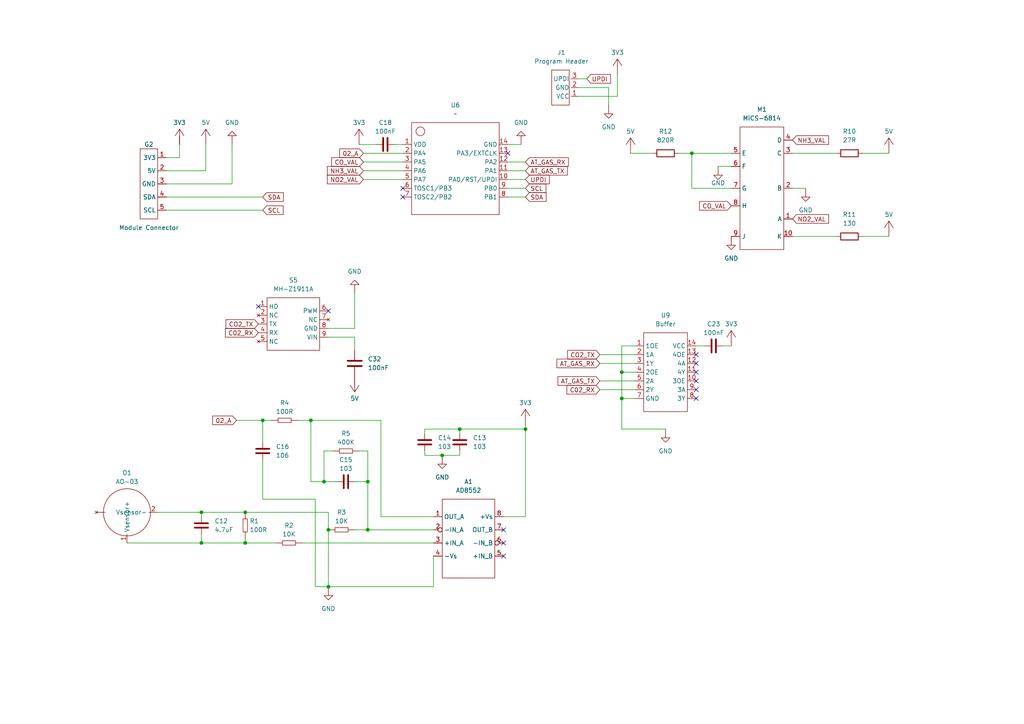
<source format=kicad_sch>
(kicad_sch (version 20250114) (generator "eeschema") (generator_version "9.0")
  (paper "A4")
  (lib_symbols
    (symbol "Device:C" (pin_numbers (hide yes)) (pin_names (offset 0.254))
      (property "Reference" "C" (at 0.635 2.54 0))
      (property "Value" "C" (at 0.635 -2.54 0))
      (symbol "C_0_1"
        (polyline (pts (xy -2.032 0.762) (xy 2.032 0.762)) (stroke (width 0.508)))
        (polyline (pts (xy -2.032 -0.762) (xy 2.032 -0.762)) (stroke (width 0.508)))
      )
      (symbol "C_1_1"
        (pin passive line (at 0 3.81 270) (length 2.794) (name "~") (number "1"))
        (pin passive line (at 0 -3.81 90) (length 2.794) (name "~") (number "2"))
      )
    )
    (symbol "Device:R" (pin_numbers (hide yes)) (pin_names (offset 0))
      (property "Reference" "R" (at 2.032 0 90))
      (property "Value" "R" (at 0 0 90))
      (symbol "R_0_1"
        (rectangle (start -1.016 -2.54) (end 1.016 2.54) (stroke (width 0.254)))
      )
      (symbol "R_1_1"
        (pin passive line (at 0 3.81 270) (length 1.27) (name "~") (number "1"))
        (pin passive line (at 0 -3.81 90) (length 1.27) (name "~") (number "2"))
      )
    )
    (symbol "air_sens_lib:AD8552"
      (property "Reference" "A" (at 0 0 0))
      (symbol "AD8552_0_1"
        (rectangle (start -5.08 25.4) (end 10.16 2.54))
      )
      (symbol "AD8552_1_1"
        (pin output line (at -7.62 20.32 0) (length 2.54) (name "OUT_A") (number "1"))
        (pin input inverted (at -7.62 16.51 0) (length 2.54) (name "-IN_A") (number "2"))
        (pin input line (at -7.62 12.7 0) (length 2.54) (name "+IN_A") (number "3"))
        (pin power_in line (at -7.62 8.89 0) (length 2.54) (name "-Vs") (number "4"))
        (pin power_in line (at 12.7 20.32 180) (length 2.54) (name "+Vs") (number "8"))
        (pin output line (at 12.7 16.51 180) (length 2.54) (name "OUT_B") (number "7"))
        (pin input inverted (at 12.7 12.7 180) (length 2.54) (name "-IN_B") (number "6"))
        (pin input line (at 12.7 8.89 180) (length 2.54) (name "+IN_B") (number "5"))
      )
    )
    (symbol "air_sens_lib:AO_03"
      (property "Reference" "O" (at 0 -9.144 0))
      (symbol "AO_03_0_1"
        (circle (center 0 2.54) (radius 6.8392))
      )
      (symbol "AO_03_1_1"
        (pin no_connect line (at -8.89 2.54 0) (length 2.54) (name "") (number ""))
        (pin passive line (at 0 11.43 270) (length 2.54) (name "Vsensor+") (number "1"))
        (pin passive line (at 8.89 2.54 180) (length 2.54) (name "Vsensor-") (number "2"))
      )
    )
    (symbol "air_sens_lib:ATtiny1614"
      (property "Reference" "U" (at 0 0 0))
      (symbol "ATtiny1614_0_1"
        (rectangle (start -13.97 31.75) (end 11.43 5.08))
        (circle (center -11.43 29.21) (radius 1.27))
      )
      (symbol "ATtiny1614_1_1"
        (pin power_in line (at -16.51 25.4 0) (length 2.54) (name "VDD") (number "1"))
        (pin bidirectional line (at -16.51 22.86 0) (length 2.54) (name "PA4") (number "2"))
        (pin bidirectional line (at -16.51 20.32 0) (length 2.54) (name "PA5") (number "3"))
        (pin bidirectional line (at -16.51 17.78 0) (length 2.54) (name "PA6") (number "4"))
        (pin bidirectional line (at -16.51 15.24 0) (length 2.54) (name "PA7") (number "5"))
        (pin bidirectional line (at -16.51 12.7 0) (length 2.54) (name "TOSC1/PB3") (number "6"))
        (pin bidirectional line (at -16.51 10.16 0) (length 2.54) (name "TOSC2/PB2") (number "7"))
        (pin power_in line (at 13.97 25.4 180) (length 2.54) (name "GND") (number "14"))
        (pin bidirectional line (at 13.97 22.86 180) (length 2.54) (name "PA3/EXTCLK") (number "13"))
        (pin bidirectional line (at 13.97 20.32 180) (length 2.54) (name "PA2") (number "12"))
        (pin bidirectional line (at 13.97 17.78 180) (length 2.54) (name "PA1") (number "11"))
        (pin bidirectional line (at 13.97 15.24 180) (length 2.54) (name "PA0/RST/UPDI") (number "10"))
        (pin bidirectional line (at 13.97 12.7 180) (length 2.54) (name "PB0") (number "9"))
        (pin bidirectional line (at 13.97 10.16 180) (length 2.54) (name "PB1") (number "8"))
      )
    )
    (symbol "air_sens_lib:ATtiny1614_programming_header"
      (property "Reference" "J" (at 0 0 0))
      (symbol "ATtiny1614_programming_header_0_1"
        (rectangle (start 0 16.51) (end 5.08 6.35))
      )
      (symbol "ATtiny1614_programming_header_1_1"
        (pin power_in line (at -2.54 13.97 0) (length 2) (name "VCC") (number "1"))
        (pin power_in line (at -2.54 11.43 0) (length 2) (name "GND") (number "2"))
        (pin bidirectional line (at -2.54 8.89 0) (length 2) (name "UPDI") (number "3"))
      )
    )
    (symbol "air_sens_lib:MH-Z1911A"
      (property "Reference" "S" (at 2.54 1.27 0))
      (symbol "MH-Z1911A_0_1"
        (rectangle (start -5.08 19.05) (end 10.16 3.81))
      )
      (symbol "MH-Z1911A_1_1"
        (pin bidirectional line (at -7.62 16.51 0) (length 2.54) (name "HD") (number "1"))
        (pin no_connect line (at -7.62 13.97 0) (length 2.54) (name "NC") (number "2"))
        (pin bidirectional line (at -7.62 11.43 0) (length 2.54) (name "TX") (number "3"))
        (pin input line (at -7.62 8.89 0) (length 2.54) (name "RX") (number "4"))
        (pin no_connect line (at -7.62 6.35 0) (length 2.54) (name "NC") (number "5"))
        (pin bidirectional line (at 12.7 15.24 180) (length 2.54) (name "PWM") (number "6"))
        (pin no_connect line (at 12.7 12.7 180) (length 2.54) (name "NC") (number "7"))
        (pin power_in line (at 12.7 10.16 180) (length 2.54) (name "GND") (number "8"))
        (pin power_in line (at 12.7 7.62 180) (length 2.54) (name "VIN") (number "9"))
      )
    )
    (symbol "air_sens_lib:MiCS-6814"
      (property "Reference" "M" (at 0 0 0))
      (symbol "MiCS-6814_0_1"
        (rectangle (start -8.89 38.1) (end 3.81 2.54))
      )
      (symbol "MiCS-6814_1_1"
        (pin power_in line (at -11.43 30.48 0) (length 2.54) (name "E") (number "5"))
        (pin power_in line (at -11.43 26.67 0) (length 2.54) (name "F") (number "6"))
        (pin power_in line (at -11.43 20.32 0) (length 2.54) (name "G") (number "7"))
        (pin output line (at -11.43 15.24 0) (length 2.54) (name "H") (number "8"))
        (pin power_in line (at -11.43 6.35 0) (length 2.54) (name "J") (number "9"))
        (pin output line (at 6.35 34.29 180) (length 2.54) (name "D") (number "4"))
        (pin power_in line (at 6.35 30.48 180) (length 2.54) (name "C") (number "3"))
        (pin power_in line (at 6.35 20.32 180) (length 2.54) (name "B") (number "2"))
        (pin output line (at 6.35 11.43 180) (length 2.54) (name "A") (number "1"))
        (pin power_in line (at 6.35 6.35 180) (length 2.54) (name "K") (number "10"))
      )
    )
    (symbol "air_sens_lib:SN74LVC125"
      (property "Reference" "U" (at 2.286 0 0))
      (symbol "SN74LVC125_0_1"
        (rectangle (start -3.81 25.4) (end 8.89 2.54))
      )
      (symbol "SN74LVC125_1_1"
        (pin input line (at -6.35 21.59 0) (length 2.54) (name "1OE") (number "1"))
        (pin input line (at -6.35 19.05 0) (length 2.54) (name "1A") (number "2"))
        (pin output line (at -6.35 16.51 0) (length 2.54) (name "1Y") (number "3"))
        (pin input line (at -6.35 13.97 0) (length 2.54) (name "2OE") (number "4"))
        (pin input line (at -6.35 11.43 0) (length 2.54) (name "2A") (number "5"))
        (pin output line (at -6.35 8.89 0) (length 2.54) (name "2Y") (number "6"))
        (pin power_in line (at -6.35 6.35 0) (length 2.54) (name "GND") (number "7"))
        (pin power_in line (at 11.43 21.59 180) (length 2.54) (name "VCC") (number "14"))
        (pin input line (at 11.43 19.05 180) (length 2.54) (name "4OE") (number "13"))
        (pin input line (at 11.43 16.51 180) (length 2.54) (name "4A") (number "12"))
        (pin output line (at 11.43 13.97 180) (length 2.54) (name "4Y") (number "11"))
        (pin input line (at 11.43 11.43 180) (length 2.54) (name "3OE") (number "10"))
        (pin input line (at 11.43 8.89 180) (length 2.54) (name "3A") (number "9"))
        (pin output line (at 11.43 6.35 180) (length 2.54) (name "3Y") (number "8"))
      )
    )
    (symbol "air_sens_lib:module_gpio"
      (property "Reference" "G" (at 5.842 3.048 0))
      (symbol "module_gpio_0_1"
        (rectangle (start 7.62 26.67) (end 2.54 6.35))
      )
      (symbol "module_gpio_1_1"
        (pin power_in line (at 10.16 24.13 180) (length 2.54) (name "3V3") (number "1"))
        (pin power_in line (at 10.16 20.32 180) (length 2.54) (name "5V") (number "2"))
        (pin power_in line (at 10.16 16.51 180) (length 2.54) (name "GND") (number "3"))
        (pin bidirectional line (at 10.16 12.7 180) (length 2.54) (name "SDA") (number "4"))
        (pin bidirectional line (at 10.16 8.89 180) (length 2.54) (name "SCL") (number "5"))
      )
    )
    (symbol "common:Capacitor" (pin_numbers (hide yes))
      (property "Reference" "C" (at 0 3.5 0))
      (property "Value" "F" (at 0 -4 0))
      (symbol "Capacitor_1_1"
        (polyline (pts (xy -0.635 1.905) (xy -0.635 -1.905)) (stroke (width 0.5)))
        (polyline (pts (xy 0.635 1.905) (xy 0.635 -1.905)) (stroke (width 0.5)))
        (pin passive line (at -2.54 0 0) (length 1.9) (name "~") (number "1"))
        (pin passive line (at 2.54 0 180) (length 1.9) (name "~") (number "2"))
      )
    )
    (symbol "common:Resistor" (pin_numbers (hide yes))
      (property "Reference" "R" (at 0 -2 0))
      (property "Value" "Ohm" (at 0 2 0))
      (symbol "Resistor_0_1"
        (rectangle (start -1.905 0.635) (end 1.905 -0.635))
      )
      (symbol "Resistor_1_1"
        (pin passive line (at -3.81 0 0) (length 1.9) (name "~") (number "1"))
        (pin passive line (at 3.81 0 180) (length 1.9) (name "~") (number "2"))
      )
    )
    (symbol "pwr:+3.3V" (power) (pin_numbers (hide yes)) (in_bom no) (on_board no)
      (property "Value" "3V3" (at 0 3 0))
      (symbol "+3.3V_0_1"
        (polyline (pts (xy 0 1.905) (xy -1.27 0)))
        (polyline (pts (xy 0 1.905) (xy 1.27 0)))
        (polyline (pts (xy 0 0) (xy 0 1.905)))
      )
      (symbol "+3.3V_1_1"
        (pin power_in line (at 0 -2.54 90) (length 2.54) (name "~") (number "1"))
      )
    )
    (symbol "pwr:+5V" (power) (pin_numbers (hide yes)) (in_bom no) (on_board no)
      (property "Value" "5V" (at 0 3 0))
      (symbol "+5V_0_1"
        (polyline (pts (xy 0 1.905) (xy -1.27 0)))
        (polyline (pts (xy 0 1.905) (xy 1.27 0)))
        (polyline (pts (xy 0 0) (xy 0 1.905)))
      )
      (symbol "+5V_1_1"
        (pin power_in line (at 0 -2.54 90) (length 2.54) (name "~") (number "1"))
      )
    )
    (symbol "pwr:GND" (power) (pin_numbers (hide yes)) (in_bom no) (on_board no)
      (property "Value" "GND" (at 0 -2.5 0))
      (symbol "GND_0_1"
        (polyline (pts (xy 0 0) (xy 1.27 0) (xy 0 -1.27) (xy -1.27 0) (xy 0 0)))
      )
      (symbol "GND_1_1"
        (pin power_in line (at 0 2.54 270) (length 2.54) (name "~") (number "1"))
      )
    )
  )
  (junction (at 180.34 107.95))
  (junction (at 58.42 157.48))
  (junction (at 71.12 148.59))
  (junction (at 71.12 157.48))
  (junction (at 128.27 132.08))
  (junction (at 93.98 139.7))
  (junction (at 95.25 153.67))
  (junction (at 90.17 121.92))
  (junction (at 106.68 139.7))
  (junction (at 152.4 124.46))
  (junction (at 76.2 121.92))
  (junction (at 95.25 170.18))
  (junction (at 58.42 148.59))
  (junction (at 200.66 44.45))
  (junction (at 180.34 115.57))
  (junction (at 106.68 153.67))
  (junction (at 133.35 124.46))
  (no_connect (at 146.05 161.29))
  (no_connect (at 201.93 102.87))
  (no_connect (at 116.84 54.61))
  (no_connect (at 201.93 113.03))
  (no_connect (at 95.25 90.17))
  (no_connect (at 147.32 44.45))
  (no_connect (at 201.93 110.49))
  (no_connect (at 201.93 107.95))
  (no_connect (at 201.93 115.57))
  (no_connect (at 146.05 157.48))
  (no_connect (at 116.84 57.15))
  (no_connect (at 74.93 88.9))
  (no_connect (at 146.05 153.67))
  (no_connect (at 201.93 105.41))
  (wire (pts (xy 125.73 149.86) (xy 110.49 149.86)))
  (wire (pts (xy 106.68 153.67) (xy 125.73 153.67)))
  (wire (pts (xy 180.34 115.57) (xy 180.34 124.46)))
  (wire (pts (xy 71.12 157.48) (xy 80.01 157.48)))
  (wire (pts (xy 180.34 124.46) (xy 193.04 124.46)))
  (wire (pts (xy 96.52 130.81) (xy 93.98 130.81)))
  (wire (pts (xy 87.63 157.48) (xy 125.73 157.48)))
  (wire (pts (xy 173.99 102.87) (xy 184.15 102.87)))
  (wire (pts (xy 91.44 144.78) (xy 91.44 170.18)))
  (wire (pts (xy 95.25 148.59) (xy 95.25 153.67)))
  (wire (pts (xy 176.53 25.4) (xy 176.53 30.48)))
  (wire (pts (xy 152.4 124.46) (xy 152.4 123.19)))
  (wire (pts (xy 114.3 41.91) (xy 116.84 41.91)))
  (wire (pts (xy 58.42 148.59) (xy 58.42 149.86)))
  (wire (pts (xy 59.69 49.53) (xy 59.69 41.91)))
  (wire (pts (xy 233.68 54.61) (xy 229.87 54.61)))
  (wire (pts (xy 52.07 45.72) (xy 52.07 41.91)))
  (wire (pts (xy 133.35 124.46) (xy 152.4 124.46)))
  (wire (pts (xy 105.41 52.07) (xy 116.84 52.07)))
  (wire (pts (xy 76.2 121.92) (xy 78.74 121.92)))
  (wire (pts (xy 48.26 57.15) (xy 76.2 57.15)))
  (wire (pts (xy 104.14 41.91) (xy 109.22 41.91)))
  (wire (pts (xy 90.17 121.92) (xy 86.36 121.92)))
  (wire (pts (xy 48.26 60.96) (xy 76.2 60.96)))
  (wire (pts (xy 200.66 54.61) (xy 200.66 44.45)))
  (wire (pts (xy 151.13 41.91) (xy 147.32 41.91)))
  (wire (pts (xy 123.19 132.08) (xy 123.19 130.81)))
  (wire (pts (xy 170.18 22.86) (xy 167.64 22.86)))
  (wire (pts (xy 67.31 53.34) (xy 67.31 41.91)))
  (wire (pts (xy 105.41 46.99) (xy 116.84 46.99)))
  (wire (pts (xy 106.68 130.81) (xy 104.14 130.81)))
  (wire (pts (xy 209.55 100.33) (xy 212.09 100.33)))
  (wire (pts (xy 229.87 44.45) (xy 242.57 44.45)))
  (wire (pts (xy 71.12 148.59) (xy 95.25 148.59)))
  (wire (pts (xy 58.42 157.48) (xy 58.42 154.94)))
  (wire (pts (xy 173.99 105.41) (xy 184.15 105.41)))
  (wire (pts (xy 250.19 44.45) (xy 257.81 44.45)))
  (wire (pts (xy 90.17 139.7) (xy 90.17 121.92)))
  (wire (pts (xy 173.99 110.49) (xy 184.15 110.49)))
  (wire (pts (xy 110.49 149.86) (xy 110.49 121.92)))
  (wire (pts (xy 58.42 157.48) (xy 71.12 157.48)))
  (wire (pts (xy 125.73 161.29) (xy 125.73 170.18)))
  (wire (pts (xy 123.19 124.46) (xy 123.19 125.73)))
  (wire (pts (xy 110.49 121.92) (xy 90.17 121.92)))
  (wire (pts (xy 173.99 113.03) (xy 184.15 113.03)))
  (wire (pts (xy 91.44 170.18) (xy 95.25 170.18)))
  (wire (pts (xy 93.98 139.7) (xy 90.17 139.7)))
  (wire (pts (xy 102.87 153.67) (xy 106.68 153.67)))
  (wire (pts (xy 97.79 139.7) (xy 93.98 139.7)))
  (wire (pts (xy 250.19 68.58) (xy 257.81 68.58)))
  (wire (pts (xy 48.26 49.53) (xy 59.69 49.53)))
  (wire (pts (xy 45.72 148.59) (xy 58.42 148.59)))
  (wire (pts (xy 196.85 44.45) (xy 200.66 44.45)))
  (wire (pts (xy 102.87 139.7) (xy 106.68 139.7)))
  (wire (pts (xy 71.12 157.48) (xy 71.12 156.21)))
  (wire (pts (xy 152.4 57.15) (xy 147.32 57.15)))
  (wire (pts (xy 133.35 132.08) (xy 133.35 130.81)))
  (wire (pts (xy 152.4 149.86) (xy 152.4 124.46)))
  (wire (pts (xy 152.4 54.61) (xy 147.32 54.61)))
  (wire (pts (xy 102.87 95.25) (xy 102.87 85.09)))
  (wire (pts (xy 95.25 153.67) (xy 95.25 170.18)))
  (wire (pts (xy 76.2 121.92) (xy 76.2 128.27)))
  (wire (pts (xy 201.93 100.33) (xy 204.47 100.33)))
  (wire (pts (xy 180.34 107.95) (xy 180.34 115.57)))
  (wire (pts (xy 208.28 48.26) (xy 212.09 48.26)))
  (wire (pts (xy 200.66 44.45) (xy 212.09 44.45)))
  (wire (pts (xy 93.98 130.81) (xy 93.98 139.7)))
  (wire (pts (xy 167.64 27.94) (xy 179.07 27.94)))
  (wire (pts (xy 102.87 101.6) (xy 102.87 97.79)))
  (wire (pts (xy 180.34 100.33) (xy 180.34 107.95)))
  (wire (pts (xy 133.35 125.73) (xy 133.35 124.46)))
  (wire (pts (xy 106.68 139.7) (xy 106.68 130.81)))
  (wire (pts (xy 105.41 44.45) (xy 116.84 44.45)))
  (wire (pts (xy 179.07 27.94) (xy 179.07 21.59)))
  (wire (pts (xy 212.09 54.61) (xy 200.66 54.61)))
  (wire (pts (xy 48.26 45.72) (xy 52.07 45.72)))
  (wire (pts (xy 76.2 144.78) (xy 91.44 144.78)))
  (wire (pts (xy 48.26 53.34) (xy 67.31 53.34)))
  (wire (pts (xy 105.41 49.53) (xy 116.84 49.53)))
  (wire (pts (xy 76.2 133.35) (xy 76.2 144.78)))
  (wire (pts (xy 147.32 46.99) (xy 152.4 46.99)))
  (wire (pts (xy 125.73 170.18) (xy 95.25 170.18)))
  (wire (pts (xy 184.15 115.57) (xy 180.34 115.57)))
  (wire (pts (xy 184.15 107.95) (xy 180.34 107.95)))
  (wire (pts (xy 106.68 153.67) (xy 106.68 139.7)))
  (wire (pts (xy 123.19 132.08) (xy 128.27 132.08)))
  (wire (pts (xy 95.25 95.25) (xy 102.87 95.25)))
  (wire (pts (xy 102.87 97.79) (xy 95.25 97.79)))
  (wire (pts (xy 167.64 25.4) (xy 176.53 25.4)))
  (wire (pts (xy 36.83 157.48) (xy 58.42 157.48)))
  (wire (pts (xy 229.87 68.58) (xy 242.57 68.58)))
  (wire (pts (xy 146.05 149.86) (xy 152.4 149.86)))
  (wire (pts (xy 58.42 148.59) (xy 71.12 148.59)))
  (wire (pts (xy 123.19 124.46) (xy 133.35 124.46)))
  (wire (pts (xy 184.15 100.33) (xy 180.34 100.33)))
  (wire (pts (xy 182.88 44.45) (xy 189.23 44.45)))
  (wire (pts (xy 68.58 121.92) (xy 76.2 121.92)))
  (wire (pts (xy 128.27 132.08) (xy 133.35 132.08)))
  (wire (pts (xy 147.32 52.07) (xy 152.4 52.07)))
  (wire (pts (xy 147.32 49.53) (xy 152.4 49.53)))
  (global_label "02_A" (shape input) (at 105.41 44.45 180) (property "Intersheetrefs" "${INTERSHEET_REFS}" (effects (hide yes))))
  (global_label "SDA" (shape input) (at 76.2 57.15 0) (property "Intersheetrefs" "${INTERSHEET_REFS}" (effects (hide yes))))
  (global_label "UPDI" (shape input) (at 170.18 22.86 0) (property "Intersheetrefs" "${INTERSHEET_REFS}" (effects (hide yes))))
  (global_label "NH3_VAL" (shape input) (at 105.41 49.53 180) (property "Intersheetrefs" "${INTERSHEET_REFS}" (effects (hide yes))))
  (global_label "C02_RX" (shape input) (at 173.99 113.03 180) (property "Intersheetrefs" "${INTERSHEET_REFS}" (effects (hide yes))))
  (global_label "AT_GAS_TX" (shape input) (at 152.4 49.53 0) (property "Intersheetrefs" "${INTERSHEET_REFS}" (effects (hide yes))))
  (global_label "AT_GAS_TX" (shape input) (at 173.99 110.49 180) (property "Intersheetrefs" "${INTERSHEET_REFS}" (effects (hide yes))))
  (global_label "NH3_VAL" (shape input) (at 229.87 40.64 0) (property "Intersheetrefs" "${INTERSHEET_REFS}" (effects (hide yes))))
  (global_label "UPDI" (shape input) (at 152.4 52.07 0) (property "Intersheetrefs" "${INTERSHEET_REFS}" (effects (hide yes))))
  (global_label "CO2_TX" (shape input) (at 173.99 102.87 180) (property "Intersheetrefs" "${INTERSHEET_REFS}" (effects (hide yes))))
  (global_label "AT_GAS_RX" (shape input) (at 152.4 46.99 0) (property "Intersheetrefs" "${INTERSHEET_REFS}" (effects (hide yes))))
  (global_label "CO_VAL" (shape input) (at 212.09 59.69 180) (property "Intersheetrefs" "${INTERSHEET_REFS}" (effects (hide yes))))
  (global_label "CO_VAL" (shape input) (at 105.41 46.99 180) (property "Intersheetrefs" "${INTERSHEET_REFS}" (effects (hide yes))))
  (global_label "02_A" (shape input) (at 68.58 121.92 180) (property "Intersheetrefs" "${INTERSHEET_REFS}" (effects (hide yes))))
  (global_label "NO2_VAL" (shape input) (at 229.87 63.5 0) (property "Intersheetrefs" "${INTERSHEET_REFS}" (effects (hide yes))))
  (global_label "SCL" (shape input) (at 152.4 54.61 0) (property "Intersheetrefs" "${INTERSHEET_REFS}" (effects (hide yes))))
  (global_label "SDA" (shape input) (at 152.4 57.15 0) (property "Intersheetrefs" "${INTERSHEET_REFS}" (effects (hide yes))))
  (global_label "C02_RX" (shape input) (at 74.93 96.52 180) (property "Intersheetrefs" "${INTERSHEET_REFS}" (effects (hide yes))))
  (global_label "NO2_VAL" (shape input) (at 105.41 52.07 180) (property "Intersheetrefs" "${INTERSHEET_REFS}" (effects (hide yes))))
  (global_label "AT_GAS_RX" (shape input) (at 173.99 105.41 180) (property "Intersheetrefs" "${INTERSHEET_REFS}" (effects (hide yes))))
  (global_label "SCL" (shape input) (at 76.2 60.96 0) (property "Intersheetrefs" "${INTERSHEET_REFS}" (effects (hide yes))))
  (global_label "CO2_TX" (shape input) (at 74.93 93.98 180) (property "Intersheetrefs" "${INTERSHEET_REFS}" (effects (hide yes))))
  (symbol (lib_id "common:Capacitor") (at 58.42 152.4 90) (unit 1)
    (property "Reference" "C12" (at 62.23 151.1299 90) (effects (justify right)))
    (property "Value" "4.7uF" (at 62.23 153.6699 90) (effects (justify right)))
    (property "Description" "Unpolarized Capacitor" (effects (hide yes)))
  )
  (symbol (lib_id "pwr:GND") (at 95.25 172.72 0) (unit 1) (in_bom no) (on_board no)
    (property "Reference" "#GND01" (effects (hide yes)))
    (property "Value" "GND" (at 95.25 176.53 0))
    (property "Description" "Ground" (effects (hide yes)))
  )
  (symbol (lib_id "common:Resistor") (at 71.12 152.4 90) (unit 1)
    (property "Reference" "R1" (at 72.39 151.1299 90) (effects (justify right)))
    (property "Value" "100R" (at 72.39 153.6699 90) (effects (justify right)))
    (property "Description" "Resistor" (effects (hide yes)))
  )
  (symbol (lib_id "common:Resistor") (at 99.06 153.67 0) (unit 1)
    (property "Reference" "R3" (at 99.06 148.59 0))
    (property "Value" "10K" (at 99.06 151.13 0))
    (property "Description" "Resistor" (effects (hide yes)))
  )
  (symbol (lib_id "pwr:GND") (at 193.04 127 0) (unit 1) (in_bom no) (on_board no)
    (property "Reference" "#GND012" (effects (hide yes)))
    (property "Value" "GND" (at 193.04 130.81 0))
    (property "Description" "Ground" (effects (hide yes)))
  )
  (symbol (lib_id "common:Capacitor") (at 207.01 100.33 0) (unit 1)
    (property "Reference" "C23" (at 207.01 93.98 0))
    (property "Value" "100nF" (at 207.01 96.52 0))
    (property "Description" "Unpolarized Capacitor" (effects (hide yes)))
  )
  (symbol (lib_id "pwr:GND") (at 208.28 50.8 0) (unit 1) (in_bom no) (on_board no)
    (property "Reference" "#GND029" (effects (hide yes)))
    (property "Value" "GND" (at 208.28 53.086 0))
    (property "Description" "Ground" (effects (hide yes)))
  )
  (symbol (lib_id "pwr:GND") (at 102.87 82.55 180) (unit 1) (in_bom no) (on_board no)
    (property "Reference" "#GND025" (effects (hide yes)))
    (property "Value" "GND" (at 102.87 78.74 0))
    (property "Description" "Ground" (effects (hide yes)))
  )
  (symbol (lib_id "common:Capacitor") (at 100.33 139.7 0) (unit 1)
    (property "Reference" "C15" (at 100.33 133.35 0))
    (property "Value" "103" (at 100.33 135.89 0))
    (property "Description" "Unpolarized Capacitor" (effects (hide yes)))
  )
  (symbol (lib_id "pwr:GND") (at 233.68 57.15 0) (unit 1) (in_bom no) (on_board no)
    (property "Reference" "#GND028" (effects (hide yes)))
    (property "Value" "GND" (at 233.68 60.96 0))
    (property "Description" "Ground" (effects (hide yes)))
  )
  (symbol (lib_id "pwr:+5V") (at 182.88 41.91 0) (unit 1) (in_bom no) (on_board no)
    (property "Reference" "#5V012" (effects (hide yes)))
    (property "Value" "5V" (at 182.88 38.1 0))
    (property "Description" "+5V" (effects (hide yes)))
  )
  (symbol (lib_id "pwr:GND") (at 128.27 134.62 0) (unit 1) (in_bom no) (on_board no)
    (property "Reference" "#GND02" (effects (hide yes)))
    (property "Value" "GND" (at 128.27 138.43 0))
    (property "Description" "Ground" (effects (hide yes)))
  )
  (symbol (lib_id "common:Capacitor") (at 111.76 41.91 0) (unit 1)
    (property "Reference" "C18" (at 111.76 35.56 0))
    (property "Value" "100nF" (at 111.76 38.1 0))
    (property "Description" "Unpolarized Capacitor" (effects (hide yes)))
  )
  (symbol (lib_id "Device:C") (at 102.87 105.41 0) (unit 1)
    (property "Reference" "C32" (at 106.68 104.1399 0) (effects (justify left)))
    (property "Value" "100nF" (at 106.68 106.6799 0) (effects (justify left)))
    (property "Description" "Unpolarized capacitor" (effects (hide yes)))
  )
  (symbol (lib_id "air_sens_lib:ATtiny1614") (at 133.35 67.31 0) (unit 1)
    (property "Reference" "U6" (at 132.08 30.48 0))
    (property "Value" "~" (at 132.08 33.02 0))
  )
  (symbol (lib_id "Device:R") (at 246.38 68.58 90) (unit 1)
    (property "Reference" "R11" (at 246.38 62.23 90))
    (property "Value" "130" (at 246.38 64.77 90))
    (property "Description" "Resistor" (effects (hide yes)))
  )
  (symbol (lib_id "air_sens_lib:MiCS-6814") (at 223.52 74.93 0) (unit 1)
    (property "Reference" "M1" (at 220.98 31.75 0))
    (property "Value" "MiCS-6814" (at 220.98 34.29 0))
  )
  (symbol (lib_id "pwr:+3.3V") (at 152.4 120.65 0) (unit 1) (in_bom no) (on_board no)
    (property "Reference" "#3V020" (effects (hide yes)))
    (property "Value" "3V3" (at 152.4 116.84 0))
    (property "Description" "+3.3V" (effects (hide yes)))
  )
  (symbol (lib_id "pwr:+3.3V") (at 52.07 39.37 0) (unit 1) (in_bom no) (on_board no)
    (property "Reference" "#3V016" (effects (hide yes)))
    (property "Value" "3V3" (at 52.07 35.56 0))
    (property "Description" "+3.3V" (effects (hide yes)))
  )
  (symbol (lib_id "air_sens_lib:AD8552") (at 133.35 170.18 0) (unit 1)
    (property "Reference" "A1" (at 135.89 139.7 0))
    (property "Value" "AD8552" (at 135.89 142.24 0))
  )
  (symbol (lib_id "pwr:+5V") (at 59.69 39.37 0) (unit 1) (in_bom no) (on_board no)
    (property "Reference" "#5V011" (effects (hide yes)))
    (property "Value" "5V" (at 59.69 35.56 0))
    (property "Description" "+5V" (effects (hide yes)))
  )
  (symbol (lib_id "air_sens_lib:module_gpio") (at 38.1 69.85 0) (unit 1)
    (property "Reference" "G2" (at 43.18 41.91 0))
    (property "Value" "Module Connector" (at 43.18 66.04 0))
  )
  (symbol (lib_id "common:Resistor") (at 100.33 130.81 0) (unit 1)
    (property "Reference" "R5" (at 100.33 125.73 0))
    (property "Value" "400K" (at 100.33 128.27 0))
    (property "Description" "Resistor" (effects (hide yes)))
  )
  (symbol (lib_id "common:Resistor") (at 83.82 157.48 0) (unit 1)
    (property "Reference" "R2" (at 83.82 152.4 0))
    (property "Value" "10K" (at 83.82 154.94 0))
    (property "Description" "Resistor" (effects (hide yes)))
  )
  (symbol (lib_id "pwr:+5V") (at 102.87 111.76 180) (unit 1) (in_bom no) (on_board no)
    (property "Reference" "#5V015" (effects (hide yes)))
    (property "Value" "5V" (at 102.87 115.57 0))
    (property "Description" "+5V" (effects (hide yes)))
  )
  (symbol (lib_id "Device:R") (at 193.04 44.45 90) (unit 1)
    (property "Reference" "R12" (at 193.04 38.1 90))
    (property "Value" "820R" (at 193.04 40.64 90))
    (property "Description" "Resistor" (effects (hide yes)))
  )
  (symbol (lib_id "pwr:GND") (at 176.53 33.02 0) (unit 1) (in_bom no) (on_board no)
    (property "Reference" "#GND04" (effects (hide yes)))
    (property "Value" "GND" (at 176.53 36.83 0))
    (property "Description" "Ground" (effects (hide yes)))
  )
  (symbol (lib_id "air_sens_lib:ATtiny1614_programming_header") (at 165.1 13.97 180) (unit 1)
    (property "Reference" "J1" (at 162.83 15.24 0))
    (property "Value" "Program Header" (at 162.83 17.78 0))
  )
  (symbol (lib_id "Device:R") (at 246.38 44.45 90) (unit 1)
    (property "Reference" "R10" (at 246.38 38.1 90))
    (property "Value" "27R" (at 246.38 40.64 90))
    (property "Description" "Resistor" (effects (hide yes)))
  )
  (symbol (lib_id "air_sens_lib:MH-Z1911A") (at 82.55 105.41 0) (unit 1)
    (property "Reference" "S5" (at 85.09 81.28 0))
    (property "Value" "MH-Z1911A" (at 85.09 83.82 0))
  )
  (symbol (lib_id "pwr:+3.3V") (at 104.14 39.37 0) (unit 1) (in_bom no) (on_board no)
    (property "Reference" "#3V017" (effects (hide yes)))
    (property "Value" "3V3" (at 104.14 35.56 0))
    (property "Description" "+3.3V" (effects (hide yes)))
  )
  (symbol (lib_id "pwr:+3.3V") (at 212.09 97.79 0) (unit 1) (in_bom no) (on_board no)
    (property "Reference" "#3V019" (effects (hide yes)))
    (property "Value" "3V3" (at 212.09 93.98 0))
    (property "Description" "+3.3V" (effects (hide yes)))
  )
  (symbol (lib_id "air_sens_lib:SN74LVC125") (at 190.5 121.92 0) (unit 1)
    (property "Reference" "U9" (at 193.04 91.44 0))
    (property "Value" "Buffer" (at 193.04 93.98 0))
  )
  (symbol (lib_id "common:Capacitor") (at 76.2 130.81 90) (unit 1)
    (property "Reference" "C16" (at 80.01 129.5399 90) (effects (justify right)))
    (property "Value" "106" (at 80.01 132.0799 90) (effects (justify right)))
    (property "Description" "Unpolarized Capacitor" (effects (hide yes)))
  )
  (symbol (lib_id "pwr:GND") (at 212.09 71.12 0) (unit 1) (in_bom no) (on_board no)
    (property "Reference" "#GND030" (effects (hide yes)))
    (property "Value" "GND" (at 212.09 74.93 0))
    (property "Description" "Ground" (effects (hide yes)))
  )
  (symbol (lib_id "common:Resistor") (at 82.55 121.92 0) (unit 1)
    (property "Reference" "R4" (at 82.55 116.84 0))
    (property "Value" "100R" (at 82.55 119.38 0))
    (property "Description" "Resistor" (effects (hide yes)))
  )
  (symbol (lib_id "pwr:+5V") (at 257.81 66.04 0) (unit 1) (in_bom no) (on_board no)
    (property "Reference" "#5V014" (effects (hide yes)))
    (property "Value" "5V" (at 257.81 62.23 0))
    (property "Description" "+5V" (effects (hide yes)))
  )
  (symbol (lib_id "pwr:+5V") (at 257.81 41.91 0) (unit 1) (in_bom no) (on_board no)
    (property "Reference" "#5V013" (effects (hide yes)))
    (property "Value" "5V" (at 257.81 38.1 0))
    (property "Description" "+5V" (effects (hide yes)))
  )
  (symbol (lib_id "air_sens_lib:AO_03") (at 36.83 146.05 0) (mirror x) (unit 1)
    (property "Reference" "O1" (at 36.83 137.16 0))
    (property "Value" "AO-03" (at 36.83 139.7 0))
    (property "Footprint" "air_sens_foots:AO_03" (effects (hide yes)))
  )
  (symbol (lib_id "pwr:GND") (at 151.13 39.37 180) (unit 1) (in_bom no) (on_board no)
    (property "Reference" "#GND03" (effects (hide yes)))
    (property "Value" "GND" (at 151.13 35.56 0))
    (property "Description" "Ground" (effects (hide yes)))
  )
  (symbol (lib_id "common:Capacitor") (at 133.35 128.27 90) (unit 1)
    (property "Reference" "C13" (at 137.16 126.9999 90) (effects (justify right)))
    (property "Value" "103" (at 137.16 129.5399 90) (effects (justify right)))
    (property "Description" "Unpolarized Capacitor" (effects (hide yes)))
  )
  (symbol (lib_id "pwr:GND") (at 67.31 39.37 180) (unit 1) (in_bom no) (on_board no)
    (property "Reference" "#GND036" (effects (hide yes)))
    (property "Value" "GND" (at 67.31 35.56 0))
    (property "Description" "Ground" (effects (hide yes)))
  )
  (symbol (lib_id "common:Capacitor") (at 123.19 128.27 90) (unit 1)
    (property "Reference" "C14" (at 127 126.9999 90) (effects (justify right)))
    (property "Value" "103" (at 127 129.5399 90) (effects (justify right)))
    (property "Description" "Unpolarized Capacitor" (effects (hide yes)))
  )
  (symbol (lib_id "pwr:+3.3V") (at 179.07 19.05 0) (unit 1) (in_bom no) (on_board no)
    (property "Reference" "#3V018" (effects (hide yes)))
    (property "Value" "3V3" (at 179.07 15.24 0))
    (property "Description" "+3.3V" (effects (hide yes)))
  )
)
</source>
